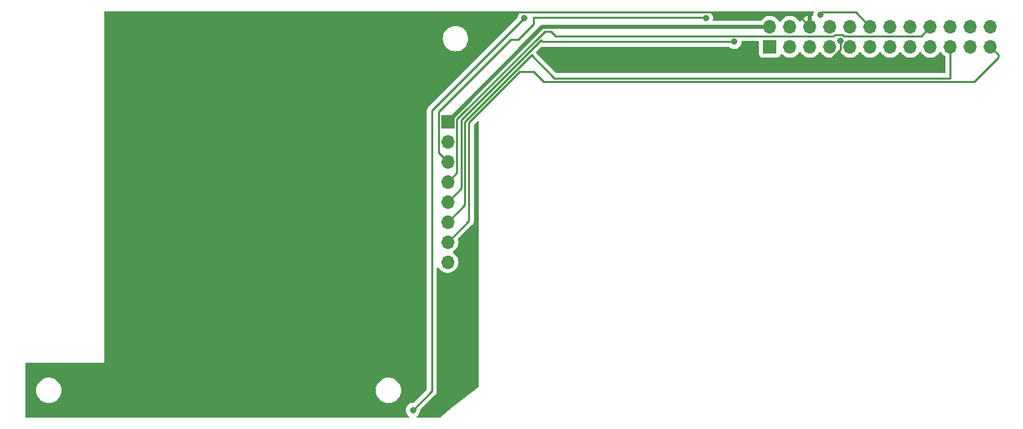
<source format=gtl>
G04 #@! TF.GenerationSoftware,KiCad,Pcbnew,7.0.9-7.0.9~ubuntu20.04.1*
G04 #@! TF.CreationDate,2024-03-01T12:09:35-07:00*
G04 #@! TF.ProjectId,lcdandbuttonboard,6c636461-6e64-4627-9574-746f6e626f61,rev?*
G04 #@! TF.SameCoordinates,Original*
G04 #@! TF.FileFunction,Copper,L1,Top*
G04 #@! TF.FilePolarity,Positive*
%FSLAX46Y46*%
G04 Gerber Fmt 4.6, Leading zero omitted, Abs format (unit mm)*
G04 Created by KiCad (PCBNEW 7.0.9-7.0.9~ubuntu20.04.1) date 2024-03-01 12:09:35*
%MOMM*%
%LPD*%
G01*
G04 APERTURE LIST*
G04 #@! TA.AperFunction,ComponentPad*
%ADD10R,1.700000X1.700000*%
G04 #@! TD*
G04 #@! TA.AperFunction,ComponentPad*
%ADD11O,1.700000X1.700000*%
G04 #@! TD*
G04 #@! TA.AperFunction,ViaPad*
%ADD12C,0.800000*%
G04 #@! TD*
G04 #@! TA.AperFunction,Conductor*
%ADD13C,0.500000*%
G04 #@! TD*
G04 #@! TA.AperFunction,Conductor*
%ADD14C,0.250000*%
G04 #@! TD*
G04 APERTURE END LIST*
D10*
X141500000Y-64000000D03*
D11*
X141500000Y-66540000D03*
X141500000Y-69080000D03*
X141500000Y-71620000D03*
X141500000Y-74160000D03*
X141500000Y-76700000D03*
X141500000Y-79240000D03*
X141500000Y-81780000D03*
D10*
X182300000Y-54540000D03*
D11*
X182300000Y-52000000D03*
X184840000Y-54540000D03*
X184840000Y-52000000D03*
X187380000Y-54540000D03*
X187380000Y-52000000D03*
X189920000Y-54540000D03*
X189920000Y-52000000D03*
X192460000Y-54540000D03*
X192460000Y-52000000D03*
X195000000Y-54540000D03*
X195000000Y-52000000D03*
X197540000Y-54540000D03*
X197540000Y-52000000D03*
X200080000Y-54540000D03*
X200080000Y-52000000D03*
X202620000Y-54540000D03*
X202620000Y-52000000D03*
X205160000Y-54540000D03*
X205160000Y-52000000D03*
X207700000Y-54540000D03*
X207700000Y-52000000D03*
X210240000Y-54540000D03*
X210240000Y-52000000D03*
D12*
X131300000Y-93400000D03*
X135400000Y-51400000D03*
X100200000Y-86300000D03*
X191219012Y-53790996D03*
X94300000Y-96000000D03*
X153700000Y-55300000D03*
X171800000Y-56900000D03*
X140600000Y-85100000D03*
X145200000Y-51200000D03*
X175300000Y-56700000D03*
X160400000Y-55500000D03*
X128100000Y-90400000D03*
X99900000Y-93300000D03*
X123000000Y-51500000D03*
X139700000Y-51400000D03*
X165300000Y-56200000D03*
X110700000Y-51200000D03*
X100000000Y-76800000D03*
X101300000Y-56000000D03*
X136600000Y-93400000D03*
X100300000Y-69200000D03*
X99900000Y-89900000D03*
X103100000Y-53200000D03*
X94700000Y-99800000D03*
X118900000Y-51400000D03*
X100400000Y-82100000D03*
X106500000Y-51600000D03*
X99600000Y-73300000D03*
X134500000Y-51000000D03*
X168900000Y-56500000D03*
X137400000Y-84200000D03*
X137000000Y-86400000D03*
X99700000Y-62400000D03*
X156200000Y-56000000D03*
X129100000Y-51300000D03*
X136700000Y-89800000D03*
X148200000Y-51200000D03*
X115000000Y-51400000D03*
X174200000Y-50900000D03*
X177800000Y-53899500D03*
X151226480Y-50899500D03*
X188700000Y-50500000D03*
X137100000Y-100500000D03*
D13*
X182300000Y-52000000D02*
X153500000Y-52000000D01*
X153500000Y-52000000D02*
X141500000Y-64000000D01*
D14*
X128100000Y-90400000D02*
X134300000Y-84200000D01*
X119000000Y-51500000D02*
X118900000Y-51400000D01*
X169300000Y-56900000D02*
X168900000Y-56500000D01*
X189421701Y-56700000D02*
X175300000Y-56700000D01*
X100300000Y-72600000D02*
X99600000Y-73300000D01*
X156200000Y-56000000D02*
X154400000Y-56000000D01*
X115000000Y-51400000D02*
X110900000Y-51400000D01*
X187380000Y-52000000D02*
X185555000Y-50175000D01*
X104700000Y-51600000D02*
X103100000Y-53200000D01*
X191219012Y-53790996D02*
X191219012Y-54902689D01*
X110900000Y-51400000D02*
X110700000Y-51200000D01*
X137000000Y-86400000D02*
X137000000Y-89500000D01*
X191219012Y-54902689D02*
X189421701Y-56700000D01*
X100300000Y-69200000D02*
X100300000Y-72600000D01*
X100000000Y-76800000D02*
X100400000Y-77200000D01*
X106500000Y-51600000D02*
X104700000Y-51600000D01*
X148200000Y-51200000D02*
X145200000Y-51200000D01*
X97200000Y-96000000D02*
X94300000Y-96000000D01*
X99900000Y-93300000D02*
X97200000Y-96000000D01*
X100200000Y-89600000D02*
X99900000Y-89900000D01*
X123000000Y-51500000D02*
X119000000Y-51500000D01*
X139700000Y-51400000D02*
X135400000Y-51400000D01*
X146225000Y-50175000D02*
X145200000Y-51200000D01*
X100400000Y-77200000D02*
X100400000Y-82100000D01*
X134500000Y-51000000D02*
X134200000Y-51300000D01*
X165300000Y-56200000D02*
X161100000Y-56200000D01*
X171800000Y-56900000D02*
X169300000Y-56900000D01*
X136600000Y-93400000D02*
X131300000Y-93400000D01*
X101300000Y-56000000D02*
X101300000Y-60800000D01*
X101300000Y-60800000D02*
X99700000Y-62400000D01*
X154400000Y-56000000D02*
X153700000Y-55300000D01*
X134200000Y-51300000D02*
X129100000Y-51300000D01*
X134300000Y-84200000D02*
X137400000Y-84200000D01*
X185555000Y-50175000D02*
X146225000Y-50175000D01*
X161100000Y-56200000D02*
X160400000Y-55500000D01*
X100200000Y-86300000D02*
X100200000Y-89600000D01*
X137000000Y-89500000D02*
X136700000Y-89800000D01*
X152350000Y-51650000D02*
X150400000Y-53600000D01*
X140325000Y-67905000D02*
X141500000Y-69080000D01*
X174100000Y-50800000D02*
X152350000Y-50800000D01*
X150400000Y-53600000D02*
X149500000Y-53600000D01*
X152350000Y-50800000D02*
X152350000Y-51650000D01*
X174200000Y-50900000D02*
X174100000Y-50800000D01*
X149500000Y-53600000D02*
X140325000Y-62775000D01*
X140325000Y-62775000D02*
X140325000Y-67905000D01*
X191519317Y-53065996D02*
X190515705Y-53065996D01*
X153825000Y-52575000D02*
X154600000Y-52575000D01*
X201445000Y-53175000D02*
X191628321Y-53175000D01*
X191628321Y-53175000D02*
X191519317Y-53065996D01*
X154600000Y-52575000D02*
X155200000Y-53175000D01*
X201445000Y-53175000D02*
X202620000Y-52000000D01*
X142675000Y-63725000D02*
X153825000Y-52575000D01*
X190406701Y-53175000D02*
X155200000Y-53175000D01*
X190515705Y-53065996D02*
X190406701Y-53175000D01*
X142675000Y-70445000D02*
X142675000Y-63725000D01*
X141500000Y-71620000D02*
X142675000Y-70445000D01*
X141500000Y-74160000D02*
X143218198Y-72441802D01*
X153499500Y-53899500D02*
X177800000Y-53899500D01*
X153318198Y-53718198D02*
X153499500Y-53899500D01*
X143218198Y-63818198D02*
X153318198Y-53718198D01*
X143218198Y-72441802D02*
X143218198Y-63818198D01*
X143668198Y-64004594D02*
X152086396Y-55586396D01*
X141500000Y-76700000D02*
X143668198Y-74531802D01*
X155000000Y-58500000D02*
X205100000Y-58500000D01*
X205160000Y-58440000D02*
X205160000Y-54540000D01*
X152086396Y-55586396D02*
X155000000Y-58500000D01*
X143668198Y-74531802D02*
X143668198Y-64004594D01*
X205100000Y-58500000D02*
X205160000Y-58440000D01*
X141500000Y-79240000D02*
X144204594Y-76535406D01*
X211200000Y-55500000D02*
X210240000Y-54540000D01*
X152400000Y-57700000D02*
X153650000Y-58950000D01*
X208150000Y-58950000D02*
X211200000Y-55900000D01*
X144204594Y-64104594D02*
X150609188Y-57700000D01*
X153650000Y-58950000D02*
X208150000Y-58950000D01*
X211200000Y-55900000D02*
X211200000Y-55500000D01*
X144204594Y-76535406D02*
X144204594Y-64104594D01*
X150609188Y-57700000D02*
X152400000Y-57700000D01*
X139500000Y-98100000D02*
X137100000Y-100500000D01*
X151226480Y-50899500D02*
X139500000Y-62625980D01*
X195000000Y-52000000D02*
X193175000Y-50175000D01*
X139500000Y-62625980D02*
X139500000Y-98100000D01*
X188925000Y-50175000D02*
X188700000Y-50400000D01*
X193175000Y-50175000D02*
X188925000Y-50175000D01*
G04 #@! TA.AperFunction,Conductor*
G36*
X150576046Y-50045502D02*
G01*
X150622539Y-50099158D01*
X150632643Y-50169432D01*
X150603149Y-50234012D01*
X150601562Y-50235810D01*
X150487441Y-50362554D01*
X150487438Y-50362558D01*
X150391956Y-50527938D01*
X150391953Y-50527944D01*
X150391366Y-50529752D01*
X150332937Y-50709572D01*
X150315572Y-50874793D01*
X150288559Y-50940450D01*
X150279357Y-50950717D01*
X139111336Y-62118737D01*
X139098901Y-62128701D01*
X139099089Y-62128928D01*
X139092980Y-62133981D01*
X139045016Y-62185058D01*
X139023866Y-62206207D01*
X139019560Y-62211757D01*
X139015714Y-62216259D01*
X138983417Y-62250654D01*
X138983411Y-62250663D01*
X138973651Y-62268415D01*
X138962803Y-62284930D01*
X138950386Y-62300938D01*
X138931645Y-62344244D01*
X138929034Y-62349574D01*
X138906305Y-62390919D01*
X138906303Y-62390924D01*
X138901267Y-62410539D01*
X138894864Y-62429242D01*
X138886819Y-62447832D01*
X138879437Y-62494436D01*
X138878233Y-62500248D01*
X138866500Y-62545948D01*
X138866500Y-62566203D01*
X138864949Y-62585913D01*
X138861780Y-62605922D01*
X138861780Y-62605923D01*
X138866220Y-62652897D01*
X138866500Y-62658830D01*
X138866500Y-97785405D01*
X138846498Y-97853526D01*
X138829595Y-97874500D01*
X137149500Y-99554595D01*
X137087188Y-99588621D01*
X137060405Y-99591500D01*
X137004513Y-99591500D01*
X136817711Y-99631206D01*
X136643247Y-99708882D01*
X136488744Y-99821135D01*
X136360965Y-99963048D01*
X136360958Y-99963058D01*
X136265476Y-100128438D01*
X136265473Y-100128445D01*
X136206457Y-100310072D01*
X136186496Y-100500000D01*
X136206457Y-100689927D01*
X136236526Y-100782470D01*
X136265473Y-100871556D01*
X136265476Y-100871561D01*
X136360958Y-101036941D01*
X136360965Y-101036951D01*
X136488744Y-101178864D01*
X136581925Y-101246564D01*
X136625279Y-101302786D01*
X136631354Y-101373522D01*
X136598223Y-101436314D01*
X136536403Y-101471226D01*
X136507864Y-101474500D01*
X88151500Y-101474500D01*
X88083379Y-101454498D01*
X88036886Y-101400842D01*
X88025500Y-101348500D01*
X88025500Y-98000000D01*
X89394551Y-98000000D01*
X89414317Y-98251148D01*
X89425260Y-98296730D01*
X89473126Y-98496109D01*
X89569533Y-98728857D01*
X89701165Y-98943660D01*
X89701166Y-98943662D01*
X89864775Y-99135224D01*
X90056337Y-99298833D01*
X90056341Y-99298836D01*
X90271141Y-99430466D01*
X90503889Y-99526873D01*
X90748852Y-99585683D01*
X90901155Y-99597669D01*
X90937115Y-99600500D01*
X90937118Y-99600500D01*
X91062885Y-99600500D01*
X91096692Y-99597839D01*
X91251148Y-99585683D01*
X91496111Y-99526873D01*
X91728859Y-99430466D01*
X91943659Y-99298836D01*
X92135224Y-99135224D01*
X92298836Y-98943659D01*
X92430466Y-98728859D01*
X92526873Y-98496111D01*
X92585683Y-98251148D01*
X92605449Y-98000000D01*
X132394551Y-98000000D01*
X132414317Y-98251148D01*
X132425260Y-98296730D01*
X132473126Y-98496109D01*
X132569533Y-98728857D01*
X132701165Y-98943660D01*
X132701166Y-98943662D01*
X132864775Y-99135224D01*
X133056337Y-99298833D01*
X133056341Y-99298836D01*
X133271141Y-99430466D01*
X133503889Y-99526873D01*
X133748852Y-99585683D01*
X133901155Y-99597669D01*
X133937115Y-99600500D01*
X133937118Y-99600500D01*
X134062885Y-99600500D01*
X134096692Y-99597839D01*
X134251148Y-99585683D01*
X134496111Y-99526873D01*
X134728859Y-99430466D01*
X134943659Y-99298836D01*
X135135224Y-99135224D01*
X135298836Y-98943659D01*
X135430466Y-98728859D01*
X135526873Y-98496111D01*
X135585683Y-98251148D01*
X135605449Y-98000000D01*
X135585683Y-97748852D01*
X135526873Y-97503889D01*
X135430466Y-97271141D01*
X135298836Y-97056341D01*
X135298833Y-97056337D01*
X135135224Y-96864775D01*
X134943662Y-96701166D01*
X134943660Y-96701165D01*
X134943659Y-96701164D01*
X134728859Y-96569534D01*
X134496111Y-96473127D01*
X134496109Y-96473126D01*
X134328536Y-96432896D01*
X134251148Y-96414317D01*
X134204081Y-96410612D01*
X134062885Y-96399500D01*
X134062882Y-96399500D01*
X133937118Y-96399500D01*
X133937115Y-96399500D01*
X133748852Y-96414317D01*
X133503890Y-96473126D01*
X133271142Y-96569533D01*
X133056339Y-96701165D01*
X133056337Y-96701166D01*
X132864775Y-96864775D01*
X132701166Y-97056337D01*
X132701165Y-97056339D01*
X132569533Y-97271142D01*
X132473126Y-97503890D01*
X132414317Y-97748852D01*
X132394551Y-98000000D01*
X92605449Y-98000000D01*
X92585683Y-97748852D01*
X92526873Y-97503889D01*
X92430466Y-97271141D01*
X92298836Y-97056341D01*
X92298833Y-97056337D01*
X92135224Y-96864775D01*
X91943662Y-96701166D01*
X91943660Y-96701165D01*
X91943659Y-96701164D01*
X91728859Y-96569534D01*
X91496111Y-96473127D01*
X91496109Y-96473126D01*
X91328536Y-96432896D01*
X91251148Y-96414317D01*
X91204081Y-96410612D01*
X91062885Y-96399500D01*
X91062882Y-96399500D01*
X90937118Y-96399500D01*
X90937115Y-96399500D01*
X90748852Y-96414317D01*
X90503890Y-96473126D01*
X90271142Y-96569533D01*
X90056339Y-96701165D01*
X90056337Y-96701166D01*
X89864775Y-96864775D01*
X89701166Y-97056337D01*
X89701165Y-97056339D01*
X89569533Y-97271142D01*
X89473126Y-97503890D01*
X89414317Y-97748852D01*
X89394551Y-98000000D01*
X88025500Y-98000000D01*
X88025500Y-94651500D01*
X88045502Y-94583379D01*
X88099158Y-94536886D01*
X88151500Y-94525500D01*
X97969863Y-94525500D01*
X97980425Y-94527601D01*
X98000000Y-94527601D01*
X98019517Y-94519517D01*
X98025500Y-94505072D01*
X98027601Y-94500000D01*
X98027600Y-94499997D01*
X98027601Y-94480435D01*
X98025500Y-94469867D01*
X98025500Y-53500000D01*
X140894551Y-53500000D01*
X140914317Y-53751147D01*
X140973126Y-53996109D01*
X141011780Y-54089427D01*
X141069534Y-54228859D01*
X141095395Y-54271061D01*
X141201165Y-54443660D01*
X141201166Y-54443662D01*
X141364775Y-54635224D01*
X141556337Y-54798833D01*
X141556341Y-54798836D01*
X141771141Y-54930466D01*
X142003889Y-55026873D01*
X142248852Y-55085683D01*
X142401155Y-55097669D01*
X142437115Y-55100500D01*
X142437118Y-55100500D01*
X142562885Y-55100500D01*
X142596692Y-55097839D01*
X142751148Y-55085683D01*
X142996111Y-55026873D01*
X143228859Y-54930466D01*
X143443659Y-54798836D01*
X143635224Y-54635224D01*
X143798836Y-54443659D01*
X143930466Y-54228859D01*
X144026873Y-53996111D01*
X144085683Y-53751148D01*
X144105449Y-53500000D01*
X144085683Y-53248852D01*
X144026873Y-53003889D01*
X143930466Y-52771141D01*
X143798836Y-52556341D01*
X143786161Y-52541500D01*
X143635224Y-52364775D01*
X143443662Y-52201166D01*
X143443660Y-52201165D01*
X143443659Y-52201164D01*
X143228859Y-52069534D01*
X143060989Y-52000000D01*
X142996109Y-51973126D01*
X142828536Y-51932896D01*
X142751148Y-51914317D01*
X142704081Y-51910612D01*
X142562885Y-51899500D01*
X142562882Y-51899500D01*
X142437118Y-51899500D01*
X142437115Y-51899500D01*
X142248852Y-51914317D01*
X142003890Y-51973126D01*
X141771142Y-52069533D01*
X141556339Y-52201165D01*
X141556337Y-52201166D01*
X141364775Y-52364775D01*
X141201166Y-52556337D01*
X141201165Y-52556339D01*
X141069533Y-52771142D01*
X140973126Y-53003890D01*
X140914317Y-53248852D01*
X140894551Y-53500000D01*
X98025500Y-53500000D01*
X98025500Y-50151500D01*
X98045502Y-50083379D01*
X98099158Y-50036886D01*
X98151500Y-50025500D01*
X138994928Y-50025500D01*
X150507925Y-50025500D01*
X150576046Y-50045502D01*
G37*
G04 #@! TD.AperFunction*
G04 #@! TA.AperFunction,Conductor*
G36*
X145392532Y-63916726D02*
G01*
X145449368Y-63959273D01*
X145474179Y-64025793D01*
X145474500Y-64034782D01*
X145474500Y-97427185D01*
X145454498Y-97495306D01*
X145427212Y-97525574D01*
X142173625Y-100128444D01*
X140538788Y-101436314D01*
X140525569Y-101446889D01*
X140459880Y-101473825D01*
X140446857Y-101474500D01*
X137692136Y-101474500D01*
X137624015Y-101454498D01*
X137577522Y-101400842D01*
X137567418Y-101330568D01*
X137596912Y-101265988D01*
X137618075Y-101246564D01*
X137711253Y-101178866D01*
X137839040Y-101036944D01*
X137934527Y-100871556D01*
X137993542Y-100689928D01*
X138010907Y-100524703D01*
X138037920Y-100459048D01*
X138047113Y-100448789D01*
X139888657Y-98607245D01*
X139901092Y-98597284D01*
X139900905Y-98597057D01*
X139907009Y-98592005D01*
X139907018Y-98592000D01*
X139954999Y-98540904D01*
X139976135Y-98519769D01*
X139980437Y-98514221D01*
X139984267Y-98509735D01*
X140016586Y-98475321D01*
X140026345Y-98457567D01*
X140037204Y-98441038D01*
X140049614Y-98425040D01*
X140068354Y-98381732D01*
X140070965Y-98376404D01*
X140093694Y-98335061D01*
X140093695Y-98335060D01*
X140098733Y-98315435D01*
X140105138Y-98296730D01*
X140113181Y-98278145D01*
X140120561Y-98231547D01*
X140121762Y-98225740D01*
X140133500Y-98180030D01*
X140133500Y-98159775D01*
X140135051Y-98140063D01*
X140138220Y-98120057D01*
X140135629Y-98092651D01*
X140133780Y-98073080D01*
X140133500Y-98067148D01*
X140133500Y-82595425D01*
X140153502Y-82527304D01*
X140207158Y-82480811D01*
X140277432Y-82470707D01*
X140342012Y-82500201D01*
X140364983Y-82526510D01*
X140424275Y-82617265D01*
X140424279Y-82617270D01*
X140576762Y-82782908D01*
X140631331Y-82825381D01*
X140754424Y-82921189D01*
X140952426Y-83028342D01*
X140952427Y-83028342D01*
X140952428Y-83028343D01*
X141064227Y-83066723D01*
X141165365Y-83101444D01*
X141387431Y-83138500D01*
X141387435Y-83138500D01*
X141612565Y-83138500D01*
X141612569Y-83138500D01*
X141834635Y-83101444D01*
X142047574Y-83028342D01*
X142245576Y-82921189D01*
X142423240Y-82782906D01*
X142575722Y-82617268D01*
X142698860Y-82428791D01*
X142789296Y-82222616D01*
X142844564Y-82004368D01*
X142863156Y-81780000D01*
X142844564Y-81555632D01*
X142789296Y-81337384D01*
X142698860Y-81131209D01*
X142692140Y-81120924D01*
X142575724Y-80942734D01*
X142575720Y-80942729D01*
X142423237Y-80777091D01*
X142341382Y-80713381D01*
X142245576Y-80638811D01*
X142212319Y-80620813D01*
X142161929Y-80570802D01*
X142146576Y-80501485D01*
X142171136Y-80434872D01*
X142212320Y-80399186D01*
X142245576Y-80381189D01*
X142423240Y-80242906D01*
X142575722Y-80077268D01*
X142698860Y-79888791D01*
X142789296Y-79682616D01*
X142844564Y-79464368D01*
X142863156Y-79240000D01*
X142844564Y-79015632D01*
X142816817Y-78906062D01*
X142819484Y-78835116D01*
X142849864Y-78786038D01*
X144593251Y-77042651D01*
X144605686Y-77032690D01*
X144605499Y-77032463D01*
X144611603Y-77027411D01*
X144611612Y-77027406D01*
X144659593Y-76976310D01*
X144680729Y-76955175D01*
X144685031Y-76949627D01*
X144688861Y-76945141D01*
X144721180Y-76910727D01*
X144730939Y-76892973D01*
X144741798Y-76876444D01*
X144754208Y-76860446D01*
X144772948Y-76817138D01*
X144775559Y-76811810D01*
X144798288Y-76770467D01*
X144798289Y-76770466D01*
X144803327Y-76750841D01*
X144809732Y-76732136D01*
X144817775Y-76713551D01*
X144825155Y-76666953D01*
X144826356Y-76661146D01*
X144838094Y-76615436D01*
X144838094Y-76595181D01*
X144839645Y-76575469D01*
X144842814Y-76555463D01*
X144840223Y-76528057D01*
X144838374Y-76508486D01*
X144838094Y-76502554D01*
X144838094Y-64419188D01*
X144858096Y-64351067D01*
X144874999Y-64330093D01*
X145259405Y-63945687D01*
X145321717Y-63911661D01*
X145392532Y-63916726D01*
G37*
G04 #@! TD.AperFunction*
G04 #@! TA.AperFunction,Conductor*
G36*
X180883621Y-53828502D02*
G01*
X180930114Y-53882158D01*
X180941500Y-53934500D01*
X180941500Y-55438649D01*
X180948009Y-55499196D01*
X180948011Y-55499204D01*
X180999110Y-55636202D01*
X180999112Y-55636207D01*
X181086738Y-55753261D01*
X181203792Y-55840887D01*
X181203794Y-55840888D01*
X181203796Y-55840889D01*
X181258900Y-55861442D01*
X181340795Y-55891988D01*
X181340803Y-55891990D01*
X181401350Y-55898499D01*
X181401355Y-55898499D01*
X181401362Y-55898500D01*
X181401368Y-55898500D01*
X183198632Y-55898500D01*
X183198638Y-55898500D01*
X183198645Y-55898499D01*
X183198649Y-55898499D01*
X183259196Y-55891990D01*
X183259199Y-55891989D01*
X183259201Y-55891989D01*
X183396204Y-55840889D01*
X183466399Y-55788342D01*
X183513261Y-55753261D01*
X183600886Y-55636208D01*
X183600885Y-55636208D01*
X183600889Y-55636204D01*
X183644999Y-55517939D01*
X183687545Y-55461107D01*
X183754066Y-55436296D01*
X183823440Y-55451388D01*
X183855753Y-55476635D01*
X183876529Y-55499204D01*
X183916762Y-55542908D01*
X183949018Y-55568014D01*
X184094424Y-55681189D01*
X184292426Y-55788342D01*
X184292427Y-55788342D01*
X184292428Y-55788343D01*
X184375671Y-55816920D01*
X184505365Y-55861444D01*
X184727431Y-55898500D01*
X184727435Y-55898500D01*
X184952565Y-55898500D01*
X184952569Y-55898500D01*
X185174635Y-55861444D01*
X185387574Y-55788342D01*
X185585576Y-55681189D01*
X185763240Y-55542906D01*
X185915722Y-55377268D01*
X186004518Y-55241354D01*
X186058520Y-55195268D01*
X186128868Y-55185692D01*
X186193225Y-55215669D01*
X186215480Y-55241353D01*
X186248379Y-55291708D01*
X186304275Y-55377265D01*
X186304279Y-55377270D01*
X186456762Y-55542908D01*
X186489018Y-55568014D01*
X186634424Y-55681189D01*
X186832426Y-55788342D01*
X186832427Y-55788342D01*
X186832428Y-55788343D01*
X186915671Y-55816920D01*
X187045365Y-55861444D01*
X187267431Y-55898500D01*
X187267435Y-55898500D01*
X187492565Y-55898500D01*
X187492569Y-55898500D01*
X187714635Y-55861444D01*
X187927574Y-55788342D01*
X188125576Y-55681189D01*
X188303240Y-55542906D01*
X188455722Y-55377268D01*
X188544518Y-55241354D01*
X188598520Y-55195268D01*
X188668868Y-55185692D01*
X188733225Y-55215669D01*
X188755480Y-55241353D01*
X188788379Y-55291708D01*
X188844275Y-55377265D01*
X188844279Y-55377270D01*
X188996762Y-55542908D01*
X189029018Y-55568014D01*
X189174424Y-55681189D01*
X189372426Y-55788342D01*
X189372427Y-55788342D01*
X189372428Y-55788343D01*
X189455671Y-55816920D01*
X189585365Y-55861444D01*
X189807431Y-55898500D01*
X189807435Y-55898500D01*
X190032565Y-55898500D01*
X190032569Y-55898500D01*
X190254635Y-55861444D01*
X190467574Y-55788342D01*
X190665576Y-55681189D01*
X190843240Y-55542906D01*
X190995722Y-55377268D01*
X191084518Y-55241354D01*
X191138520Y-55195268D01*
X191208868Y-55185692D01*
X191273225Y-55215669D01*
X191295480Y-55241353D01*
X191328379Y-55291708D01*
X191384275Y-55377265D01*
X191384279Y-55377270D01*
X191536762Y-55542908D01*
X191569018Y-55568014D01*
X191714424Y-55681189D01*
X191912426Y-55788342D01*
X191912427Y-55788342D01*
X191912428Y-55788343D01*
X191995671Y-55816920D01*
X192125365Y-55861444D01*
X192347431Y-55898500D01*
X192347435Y-55898500D01*
X192572565Y-55898500D01*
X192572569Y-55898500D01*
X192794635Y-55861444D01*
X193007574Y-55788342D01*
X193205576Y-55681189D01*
X193383240Y-55542906D01*
X193535722Y-55377268D01*
X193624518Y-55241354D01*
X193678520Y-55195268D01*
X193748868Y-55185692D01*
X193813225Y-55215669D01*
X193835480Y-55241353D01*
X193868379Y-55291708D01*
X193924275Y-55377265D01*
X193924279Y-55377270D01*
X194076762Y-55542908D01*
X194109018Y-55568014D01*
X194254424Y-55681189D01*
X194452426Y-55788342D01*
X194452427Y-55788342D01*
X194452428Y-55788343D01*
X194535671Y-55816920D01*
X194665365Y-55861444D01*
X194887431Y-55898500D01*
X194887435Y-55898500D01*
X195112565Y-55898500D01*
X195112569Y-55898500D01*
X195334635Y-55861444D01*
X195547574Y-55788342D01*
X195745576Y-55681189D01*
X195923240Y-55542906D01*
X196075722Y-55377268D01*
X196164518Y-55241354D01*
X196218520Y-55195268D01*
X196288868Y-55185692D01*
X196353225Y-55215669D01*
X196375480Y-55241353D01*
X196408379Y-55291708D01*
X196464275Y-55377265D01*
X196464279Y-55377270D01*
X196616762Y-55542908D01*
X196649018Y-55568014D01*
X196794424Y-55681189D01*
X196992426Y-55788342D01*
X196992427Y-55788342D01*
X196992428Y-55788343D01*
X197075671Y-55816920D01*
X197205365Y-55861444D01*
X197427431Y-55898500D01*
X197427435Y-55898500D01*
X197652565Y-55898500D01*
X197652569Y-55898500D01*
X197874635Y-55861444D01*
X198087574Y-55788342D01*
X198285576Y-55681189D01*
X198463240Y-55542906D01*
X198615722Y-55377268D01*
X198704518Y-55241354D01*
X198758520Y-55195268D01*
X198828868Y-55185692D01*
X198893225Y-55215669D01*
X198915480Y-55241353D01*
X198948379Y-55291708D01*
X199004275Y-55377265D01*
X199004279Y-55377270D01*
X199156762Y-55542908D01*
X199189018Y-55568014D01*
X199334424Y-55681189D01*
X199532426Y-55788342D01*
X199532427Y-55788342D01*
X199532428Y-55788343D01*
X199615671Y-55816920D01*
X199745365Y-55861444D01*
X199967431Y-55898500D01*
X199967435Y-55898500D01*
X200192565Y-55898500D01*
X200192569Y-55898500D01*
X200414635Y-55861444D01*
X200627574Y-55788342D01*
X200825576Y-55681189D01*
X201003240Y-55542906D01*
X201155722Y-55377268D01*
X201244518Y-55241354D01*
X201298520Y-55195268D01*
X201368868Y-55185692D01*
X201433225Y-55215669D01*
X201455480Y-55241353D01*
X201488379Y-55291708D01*
X201544275Y-55377265D01*
X201544279Y-55377270D01*
X201696762Y-55542908D01*
X201729018Y-55568014D01*
X201874424Y-55681189D01*
X202072426Y-55788342D01*
X202072427Y-55788342D01*
X202072428Y-55788343D01*
X202155671Y-55816920D01*
X202285365Y-55861444D01*
X202507431Y-55898500D01*
X202507435Y-55898500D01*
X202732565Y-55898500D01*
X202732569Y-55898500D01*
X202954635Y-55861444D01*
X203167574Y-55788342D01*
X203365576Y-55681189D01*
X203543240Y-55542906D01*
X203695722Y-55377268D01*
X203784518Y-55241354D01*
X203838520Y-55195268D01*
X203908868Y-55185692D01*
X203973225Y-55215669D01*
X203995480Y-55241353D01*
X204028379Y-55291708D01*
X204084275Y-55377265D01*
X204084279Y-55377270D01*
X204236762Y-55542908D01*
X204325592Y-55612047D01*
X204414424Y-55681189D01*
X204460471Y-55706108D01*
X204510859Y-55756118D01*
X204526500Y-55816920D01*
X204526500Y-57740500D01*
X204506498Y-57808621D01*
X204452842Y-57855114D01*
X204400500Y-57866500D01*
X155314595Y-57866500D01*
X155246474Y-57846498D01*
X155225500Y-57829595D01*
X152753197Y-55357292D01*
X152719171Y-55294980D01*
X152724236Y-55224165D01*
X152753194Y-55179104D01*
X153360789Y-54571510D01*
X153423099Y-54537487D01*
X153469594Y-54536160D01*
X153479443Y-54537720D01*
X153512415Y-54534603D01*
X153526417Y-54533280D01*
X153532350Y-54533000D01*
X177091800Y-54533000D01*
X177159921Y-54553002D01*
X177185437Y-54574690D01*
X177188747Y-54578366D01*
X177343248Y-54690618D01*
X177517712Y-54768294D01*
X177704513Y-54808000D01*
X177895487Y-54808000D01*
X178082288Y-54768294D01*
X178256752Y-54690618D01*
X178411253Y-54578366D01*
X178414563Y-54574690D01*
X178539034Y-54436451D01*
X178539035Y-54436449D01*
X178539040Y-54436444D01*
X178634527Y-54271056D01*
X178693542Y-54089428D01*
X178711209Y-53921328D01*
X178738222Y-53855673D01*
X178796443Y-53815043D01*
X178836519Y-53808500D01*
X180815500Y-53808500D01*
X180883621Y-53828502D01*
G37*
G04 #@! TD.AperFunction*
G04 #@! TA.AperFunction,Conductor*
G36*
X187793618Y-50045502D02*
G01*
X187840111Y-50099158D01*
X187850215Y-50169432D01*
X187845330Y-50190436D01*
X187806457Y-50310071D01*
X187786496Y-50500000D01*
X187789623Y-50529752D01*
X187776850Y-50599591D01*
X187728348Y-50651437D01*
X187659515Y-50668831D01*
X187643574Y-50667204D01*
X187634000Y-50665606D01*
X187634000Y-51566325D01*
X187522315Y-51515320D01*
X187415763Y-51500000D01*
X187344237Y-51500000D01*
X187237685Y-51515320D01*
X187126000Y-51566325D01*
X187126000Y-50665607D01*
X187125999Y-50665606D01*
X187045498Y-50679040D01*
X187045487Y-50679043D01*
X186832630Y-50752116D01*
X186832628Y-50752117D01*
X186634699Y-50859231D01*
X186634698Y-50859232D01*
X186457097Y-50997465D01*
X186304670Y-51163045D01*
X186215780Y-51299101D01*
X186161776Y-51345189D01*
X186091428Y-51354764D01*
X186027071Y-51324786D01*
X186004816Y-51299101D01*
X185954116Y-51221498D01*
X185915724Y-51162734D01*
X185915720Y-51162729D01*
X185799570Y-51036559D01*
X185763240Y-50997094D01*
X185763239Y-50997093D01*
X185763237Y-50997091D01*
X185638495Y-50900000D01*
X185585576Y-50858811D01*
X185387574Y-50751658D01*
X185387572Y-50751657D01*
X185387571Y-50751656D01*
X185174639Y-50678557D01*
X185174630Y-50678555D01*
X185116356Y-50668831D01*
X184952569Y-50641500D01*
X184727431Y-50641500D01*
X184582971Y-50665606D01*
X184505369Y-50678555D01*
X184505360Y-50678557D01*
X184292428Y-50751656D01*
X184292426Y-50751658D01*
X184094426Y-50858810D01*
X184094424Y-50858811D01*
X183916762Y-50997091D01*
X183764279Y-51162729D01*
X183675483Y-51298643D01*
X183621479Y-51344731D01*
X183551131Y-51354306D01*
X183486774Y-51324329D01*
X183464517Y-51298643D01*
X183386263Y-51178866D01*
X183375722Y-51162732D01*
X183375721Y-51162731D01*
X183375720Y-51162729D01*
X183259570Y-51036559D01*
X183223240Y-50997094D01*
X183223239Y-50997093D01*
X183223237Y-50997091D01*
X183098495Y-50900000D01*
X183045576Y-50858811D01*
X182847574Y-50751658D01*
X182847572Y-50751657D01*
X182847571Y-50751656D01*
X182634639Y-50678557D01*
X182634630Y-50678555D01*
X182576356Y-50668831D01*
X182412569Y-50641500D01*
X182187431Y-50641500D01*
X182042971Y-50665606D01*
X181965369Y-50678555D01*
X181965360Y-50678557D01*
X181752428Y-50751656D01*
X181752426Y-50751658D01*
X181554426Y-50858810D01*
X181554424Y-50858811D01*
X181376762Y-50997091D01*
X181224277Y-51162733D01*
X181210110Y-51184417D01*
X181156105Y-51230505D01*
X181104628Y-51241500D01*
X175216922Y-51241500D01*
X175148801Y-51221498D01*
X175102308Y-51167842D01*
X175092204Y-51097568D01*
X175093511Y-51090224D01*
X175099111Y-51036944D01*
X175113504Y-50900000D01*
X175093542Y-50710072D01*
X175034527Y-50528444D01*
X174939040Y-50363056D01*
X174939038Y-50363054D01*
X174939034Y-50363048D01*
X174824468Y-50235810D01*
X174793750Y-50171803D01*
X174802515Y-50101349D01*
X174847978Y-50046818D01*
X174915705Y-50025523D01*
X174918104Y-50025500D01*
X180994928Y-50025500D01*
X187725497Y-50025500D01*
X187793618Y-50045502D01*
G37*
G04 #@! TD.AperFunction*
M02*

</source>
